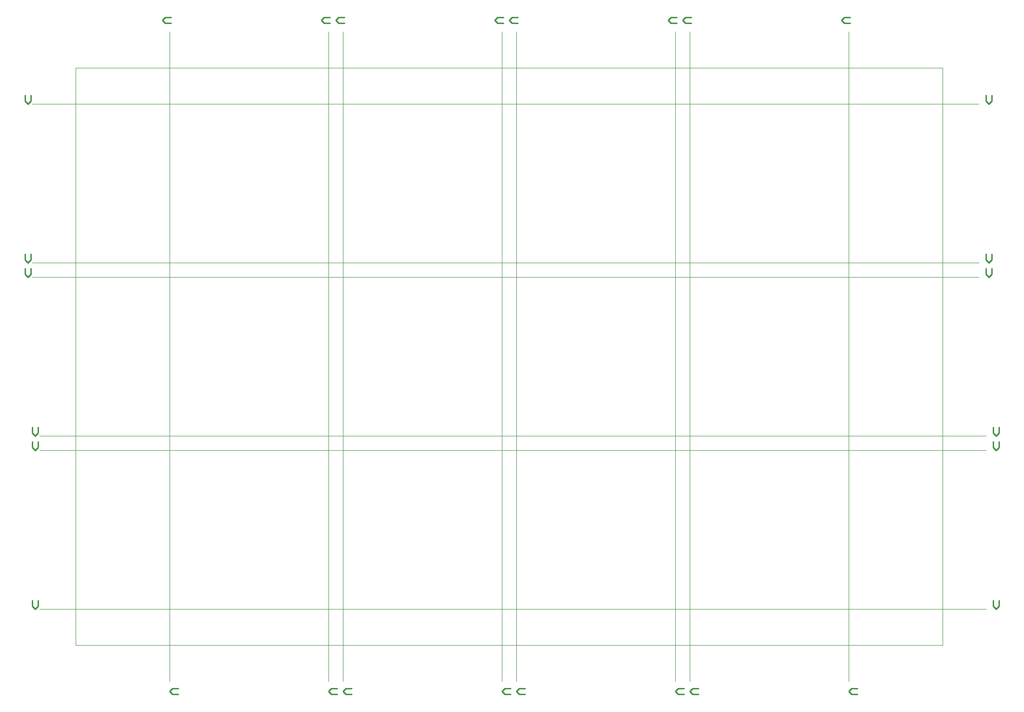
<source format=gm1>
%FSLAX24Y24*%
%MOIN*%
G70*
G01*
G75*
G04 Layer_Color=16711935*
%ADD10R,0.0551X0.0472*%
%ADD11R,0.0472X0.0551*%
%ADD12O,0.0630X0.0118*%
%ADD13O,0.0118X0.0630*%
%ADD14C,0.0118*%
%ADD15C,0.0394*%
%ADD16C,0.1260*%
%ADD17C,0.0750*%
%ADD18C,0.0098*%
%ADD19C,0.0236*%
%ADD20C,0.0100*%
%ADD21C,0.0079*%
%ADD22R,0.0631X0.0552*%
%ADD23R,0.0552X0.0631*%
%ADD24O,0.0710X0.0198*%
%ADD25O,0.0198X0.0710*%
%ADD26C,0.1181*%
%ADD27C,0.1340*%
%ADD28C,0.0830*%
%ADD29C,0.0010*%
D20*
X53600Y43500D02*
X53200D01*
X53000Y43300D01*
X53200Y43100D01*
X53600D01*
X42600Y43500D02*
X42200D01*
X42000Y43300D01*
X42200Y43100D01*
X42600D01*
X41600Y43500D02*
X41200D01*
X41000Y43300D01*
X41200Y43100D01*
X41600D01*
X30600Y43500D02*
X30200D01*
X30000Y43300D01*
X30200Y43100D01*
X30600D01*
X29600Y43500D02*
X29200D01*
X29000Y43300D01*
X29200Y43100D01*
X29600D01*
X18600Y43500D02*
X18200D01*
X18000Y43300D01*
X18200Y43100D01*
X18600D01*
X17600Y43500D02*
X17200D01*
X17000Y43300D01*
X17200Y43100D01*
X17600D01*
X6600Y43500D02*
X6200D01*
X6000Y43300D01*
X6200Y43100D01*
X6600D01*
X54100Y-3000D02*
X53700D01*
X53500Y-3200D01*
X53700Y-3400D01*
X54100D01*
X43100Y-3000D02*
X42700D01*
X42500Y-3200D01*
X42700Y-3400D01*
X43100D01*
X42100Y-3000D02*
X41700D01*
X41500Y-3200D01*
X41700Y-3400D01*
X42100D01*
X31100Y-3000D02*
X30700D01*
X30500Y-3200D01*
X30700Y-3400D01*
X31100D01*
X30100Y-3000D02*
X29700D01*
X29500Y-3200D01*
X29700Y-3400D01*
X30100D01*
X19100Y-3000D02*
X18700D01*
X18500Y-3200D01*
X18700Y-3400D01*
X19100D01*
X18100Y-3000D02*
X17700D01*
X17500Y-3200D01*
X17700Y-3400D01*
X18100D01*
X63500Y3100D02*
Y2700D01*
X63700Y2500D01*
X63900Y2700D01*
Y3100D01*
X7100Y-3000D02*
X6700D01*
X6500Y-3200D01*
X6700Y-3400D01*
X7100D01*
X-3000Y3100D02*
Y2700D01*
X-2800Y2500D01*
X-2600Y2700D01*
Y3100D01*
X-3000Y14100D02*
Y13700D01*
X-2800Y13500D01*
X-2600Y13700D01*
Y14100D01*
X-3000Y15100D02*
Y14700D01*
X-2800Y14500D01*
X-2600Y14700D01*
Y15100D01*
X-3500Y26100D02*
Y25700D01*
X-3300Y25500D01*
X-3100Y25700D01*
Y26100D01*
X-3500Y27100D02*
Y26700D01*
X-3300Y26500D01*
X-3100Y26700D01*
Y27100D01*
X-3500Y38100D02*
Y37700D01*
X-3300Y37500D01*
X-3100Y37700D01*
Y38100D01*
X63000D02*
Y37700D01*
X63200Y37500D01*
X63400Y37700D01*
Y38100D01*
X63000Y27100D02*
Y26700D01*
X63200Y26500D01*
X63400Y26700D01*
Y27100D01*
X63000Y26100D02*
Y25700D01*
X63200Y25500D01*
X63400Y25700D01*
Y26100D01*
X63500Y14100D02*
Y13700D01*
X63700Y13500D01*
X63900Y13700D01*
Y14100D01*
X63500Y15100D02*
Y14700D01*
X63700Y14500D01*
X63900Y14700D01*
Y15100D01*
D29*
X53500Y-2500D02*
Y42500D01*
X42500Y-2500D02*
Y42500D01*
X41500Y-2500D02*
Y42500D01*
X30500Y-2500D02*
Y42500D01*
X29500Y-2500D02*
Y42500D01*
X18500Y-2500D02*
Y42500D01*
X6500Y-2500D02*
Y42500D01*
X17500Y-2500D02*
Y42500D01*
X-2500Y2500D02*
X63000D01*
X-2500Y13500D02*
X63000D01*
X-2500Y14500D02*
X63000D01*
X-3000Y25500D02*
X62500D01*
X-3000Y26500D02*
X62500D01*
X-3000Y37500D02*
X62500D01*
X0Y40000D02*
X60000D01*
Y0D02*
Y40000D01*
X0Y0D02*
X60000D01*
X0D02*
Y40000D01*
M02*

</source>
